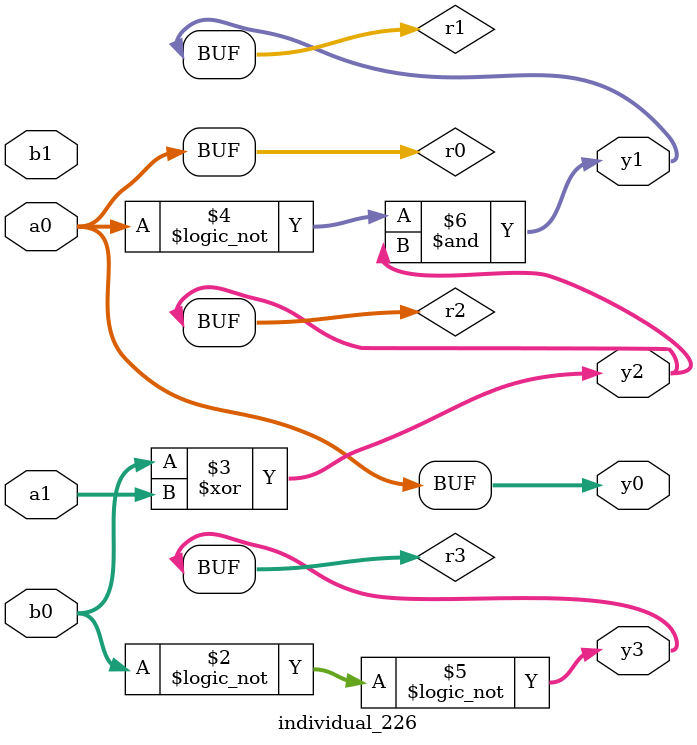
<source format=sv>
module individual_226(input logic [15:0] a1, input logic [15:0] a0, input logic [15:0] b1, input logic [15:0] b0, output logic [15:0] y3, output logic [15:0] y2, output logic [15:0] y1, output logic [15:0] y0);
logic [15:0] r0, r1, r2, r3; 
 always@(*) begin 
	 r0 = a0; r1 = a1; r2 = b0; r3 = b1; 
 	 r3 = ! b0 ;
 	 r2  ^=  a1 ;
 	 r1 = ! a0 ;
 	 r3 = ! r3 ;
 	 r1  &=  r2 ;
 	 y3 = r3; y2 = r2; y1 = r1; y0 = r0; 
end
endmodule
</source>
